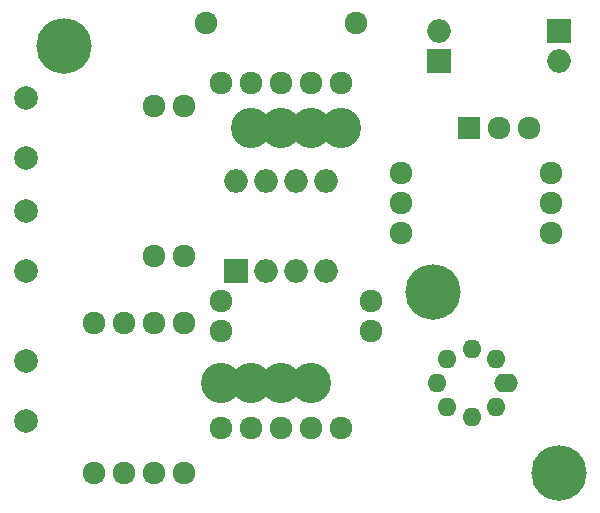
<source format=gbs>
G04 #@! TF.GenerationSoftware,KiCad,Pcbnew,(2017-12-02 revision 3109343)-master*
G04 #@! TF.CreationDate,2017-12-29T01:32:37-05:00*
G04 #@! TF.ProjectId,a9ref,61397265662E6B696361645F70636200,rev?*
G04 #@! TF.SameCoordinates,Original*
G04 #@! TF.FileFunction,Soldermask,Bot*
G04 #@! TF.FilePolarity,Negative*
%FSLAX46Y46*%
G04 Gerber Fmt 4.6, Leading zero omitted, Abs format (unit mm)*
G04 Created by KiCad (PCBNEW (2017-12-02 revision 3109343)-master) date Fri Dec 29 01:32:37 2017*
%MOMM*%
%LPD*%
G01*
G04 APERTURE LIST*
%ADD10C,4.700000*%
%ADD11C,1.924000*%
%ADD12C,3.410000*%
%ADD13O,1.600000X1.600000*%
%ADD14O,2.000000X1.600000*%
%ADD15O,2.000000X2.000000*%
%ADD16R,2.000000X2.000000*%
%ADD17C,2.000000*%
%ADD18R,1.920000X1.920000*%
%ADD19C,1.920000*%
G04 APERTURE END LIST*
D10*
X121285000Y-130175000D03*
X163195000Y-166370000D03*
D11*
X144780000Y-133350000D03*
X142240000Y-133350000D03*
X139700000Y-133350000D03*
X137160000Y-133350000D03*
X134620000Y-133350000D03*
D12*
X144780000Y-137160000D03*
X142240000Y-137160000D03*
X139700000Y-137160000D03*
X137160000Y-137160000D03*
D11*
X134620000Y-151765000D03*
X147320000Y-151765000D03*
X147320000Y-154305000D03*
X134620000Y-154305000D03*
X128905000Y-135255000D03*
X128905000Y-147955000D03*
X123825000Y-153670000D03*
X123825000Y-166370000D03*
X162560000Y-140970000D03*
X149860000Y-140970000D03*
X149860000Y-143510000D03*
X162560000Y-143510000D03*
X131445000Y-153670000D03*
X131445000Y-166370000D03*
X146050000Y-128270000D03*
X133350000Y-128270000D03*
D13*
X157894752Y-160814752D03*
X155830000Y-161670000D03*
X153765248Y-160814752D03*
X152910000Y-158750000D03*
X153765248Y-156685248D03*
X155830000Y-155830000D03*
X157894752Y-156685248D03*
D14*
X158750000Y-158750000D03*
D15*
X135890000Y-141605000D03*
X143510000Y-149225000D03*
X138430000Y-141605000D03*
X140970000Y-149225000D03*
X140970000Y-141605000D03*
X138430000Y-149225000D03*
X143510000Y-141605000D03*
D16*
X135890000Y-149225000D03*
D17*
X118110000Y-134620000D03*
X118110000Y-139700000D03*
X118110000Y-149225000D03*
X118110000Y-144145000D03*
X118110000Y-161925000D03*
X118110000Y-156845000D03*
D11*
X128905000Y-166370000D03*
X128905000Y-153670000D03*
X131445000Y-147955000D03*
X131445000Y-135255000D03*
X126365000Y-153670000D03*
X126365000Y-166370000D03*
X162560000Y-146050000D03*
X149860000Y-146050000D03*
D12*
X142240000Y-158750000D03*
X139700000Y-158750000D03*
X137160000Y-158750000D03*
X134620000Y-158750000D03*
D11*
X144780000Y-162560000D03*
X142240000Y-162560000D03*
X139700000Y-162560000D03*
X137160000Y-162560000D03*
X134620000Y-162560000D03*
D18*
X155575000Y-137160000D03*
D19*
X160655000Y-137160000D03*
X158115000Y-137160000D03*
D16*
X163195000Y-128905000D03*
D15*
X153035000Y-128905000D03*
X163195000Y-131445000D03*
D16*
X153035000Y-131445000D03*
D10*
X152527000Y-151003000D03*
M02*

</source>
